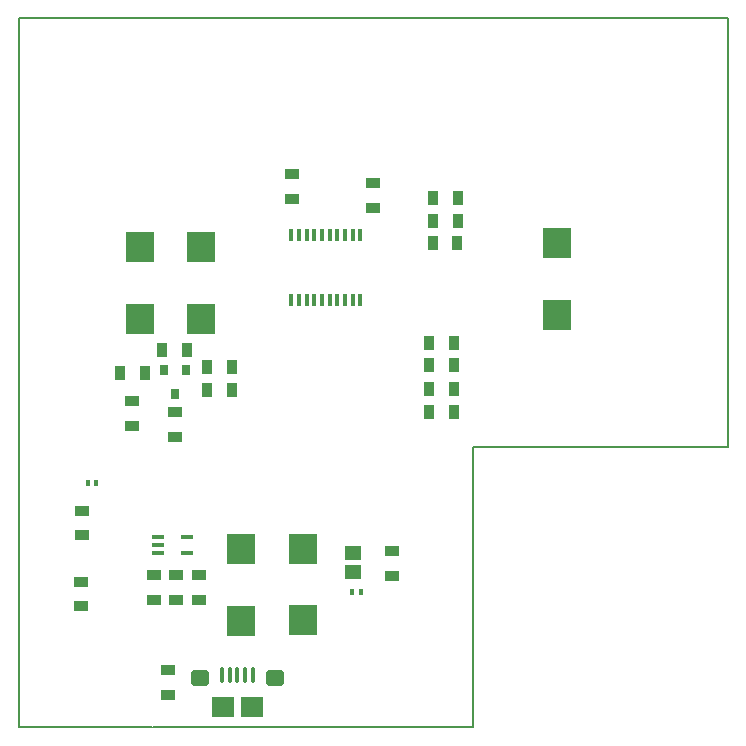
<source format=gbp>
G04*
G04 #@! TF.GenerationSoftware,Altium Limited,Altium Designer,21.2.2 (38)*
G04*
G04 Layer_Color=128*
%FSLAX44Y44*%
%MOMM*%
G71*
G04*
G04 #@! TF.SameCoordinates,5D373D79-2AE2-4A4B-8A42-8ECBCE4D18FA*
G04*
G04*
G04 #@! TF.FilePolarity,Positive*
G04*
G01*
G75*
%ADD10C,0.2000*%
%ADD27R,0.4000X0.6000*%
%ADD31R,0.9000X1.2000*%
%ADD90R,2.4500X2.5500*%
%ADD91R,1.4000X1.3000*%
%ADD92R,1.2000X0.9000*%
%ADD93R,1.9000X1.8000*%
G04:AMPARAMS|DCode=94|XSize=1.6mm|YSize=1.4mm|CornerRadius=0.35mm|HoleSize=0mm|Usage=FLASHONLY|Rotation=180.000|XOffset=0mm|YOffset=0mm|HoleType=Round|Shape=RoundedRectangle|*
%AMROUNDEDRECTD94*
21,1,1.6000,0.7000,0,0,180.0*
21,1,0.9000,1.4000,0,0,180.0*
1,1,0.7000,-0.4500,0.3500*
1,1,0.7000,0.4500,0.3500*
1,1,0.7000,0.4500,-0.3500*
1,1,0.7000,-0.4500,-0.3500*
%
%ADD94ROUNDEDRECTD94*%
%ADD95O,0.4000X1.3500*%
%ADD96R,1.0795X0.3500*%
%ADD97R,0.8000X0.9000*%
%ADD98R,0.4500X1.0500*%
D10*
X600000Y484950D02*
Y600000D01*
X0D02*
X600000D01*
Y401700D02*
Y484950D01*
X384450Y50D02*
Y236700D01*
X113250Y50D02*
X384450D01*
Y236700D02*
X600000D01*
X0Y0D02*
X113000D01*
X0Y461750D02*
X0Y0D01*
X600000Y236700D02*
Y401700D01*
X0Y461750D02*
Y600000D01*
D27*
X289350Y114150D02*
D03*
X282350D02*
D03*
X58050Y206500D02*
D03*
X65050D02*
D03*
D31*
X142450Y319550D02*
D03*
X121450D02*
D03*
X159350Y305050D02*
D03*
X180350D02*
D03*
X180250Y285450D02*
D03*
X159250D02*
D03*
X85475Y299375D02*
D03*
X106475D02*
D03*
X371300Y447800D02*
D03*
X350300D02*
D03*
X371400Y428650D02*
D03*
X350400D02*
D03*
X371200Y409500D02*
D03*
X350200D02*
D03*
X368450Y325450D02*
D03*
X347450D02*
D03*
X368450Y306400D02*
D03*
X347450D02*
D03*
X368300Y286000D02*
D03*
X347300D02*
D03*
X368400Y266950D02*
D03*
X347400D02*
D03*
D90*
X154400Y406250D02*
D03*
Y345750D02*
D03*
X455850Y348950D02*
D03*
Y409450D02*
D03*
X102350Y406150D02*
D03*
Y345650D02*
D03*
X188350Y90050D02*
D03*
Y150550D02*
D03*
X240350Y90350D02*
D03*
Y150850D02*
D03*
D91*
X283000Y130950D02*
D03*
Y146950D02*
D03*
D92*
X315600Y127800D02*
D03*
Y148800D02*
D03*
X53300Y162200D02*
D03*
Y183200D02*
D03*
X52900Y123200D02*
D03*
Y102200D02*
D03*
X114200Y128800D02*
D03*
Y107800D02*
D03*
X133300Y128800D02*
D03*
Y107800D02*
D03*
X152300Y128800D02*
D03*
Y107800D02*
D03*
X126600Y47950D02*
D03*
Y26950D02*
D03*
X95950Y276300D02*
D03*
Y255300D02*
D03*
X131950Y266950D02*
D03*
Y245950D02*
D03*
X299650Y460700D02*
D03*
Y439700D02*
D03*
X231300Y447300D02*
D03*
Y468300D02*
D03*
D93*
X173000Y17150D02*
D03*
X197000D02*
D03*
D94*
X153000Y41650D02*
D03*
X217000D02*
D03*
D95*
X185000Y43900D02*
D03*
X191500D02*
D03*
X198000D02*
D03*
X172000D02*
D03*
X178500D02*
D03*
D96*
X142150Y147550D02*
D03*
Y160550D02*
D03*
X117893D02*
D03*
Y154050D02*
D03*
Y147550D02*
D03*
D97*
X132150Y282350D02*
D03*
X141650Y302350D02*
D03*
X122650D02*
D03*
D98*
X289150Y361200D02*
D03*
X282650D02*
D03*
X276150D02*
D03*
X269650D02*
D03*
X263150D02*
D03*
X256650D02*
D03*
X250150D02*
D03*
X243650D02*
D03*
X237150D02*
D03*
X230650D02*
D03*
X289150Y416700D02*
D03*
X282650D02*
D03*
X276150D02*
D03*
X269650D02*
D03*
X263150D02*
D03*
X256650D02*
D03*
X250150D02*
D03*
X243650D02*
D03*
X237150D02*
D03*
X230650D02*
D03*
M02*

</source>
